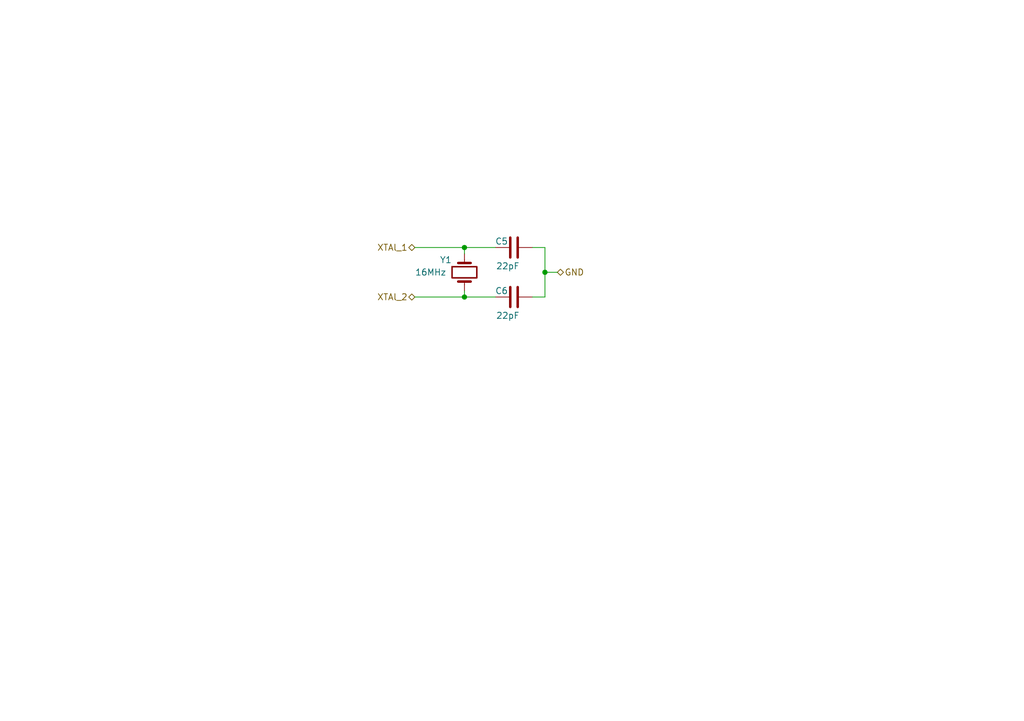
<source format=kicad_sch>
(kicad_sch (version 20231120) (generator "eeschema") (generator_version "8.0")
  (paper "A5")
  (title_block (title "MCU Crystal oscillator") (date "2024-04-17") (rev "1.0"))
  (lib_symbols
    (symbol "Device:C" (pin_numbers hide) (pin_names (offset 0.254))
      (property "Reference" "C" (at 0.635 2.54 0))
      (property "Value" "C" (at 0.635 -2.54 0))
      (symbol "C_0_1"
        (polyline (pts (xy -2.032 -0.762) (xy 2.032 -0.762)) (stroke (width 0.508)))
        (polyline (pts (xy -2.032 0.762) (xy 2.032 0.762)) (stroke (width 0.508)))
      )
      (symbol "C_1_1"
        (pin passive line (at 0 3.81 270) (length 2.794) (name "~") (number "1"))
        (pin passive line (at 0 -3.81 90) (length 2.794) (name "~") (number "2"))
      )
    )
    (symbol "Device:Crystal" (pin_numbers hide) (pin_names (offset 1.016) hide)
      (property "Reference" "Y" (at 0 3.81 0))
      (property "Value" "Crystal" (at 0 -3.81 0))
      (symbol "Crystal_0_1"
        (rectangle (start -1.143 2.54) (end 1.143 -2.54) (stroke (width 0.3048)))
        (polyline (pts (xy -2.54 0) (xy -1.905 0)))
        (polyline (pts (xy -1.905 -1.27) (xy -1.905 1.27)) (stroke (width 0.508)))
        (polyline (pts (xy 1.905 -1.27) (xy 1.905 1.27)) (stroke (width 0.508)))
        (polyline (pts (xy 2.54 0) (xy 1.905 0)))
      )
      (symbol "Crystal_1_1"
        (pin passive line (at -3.81 0 0) (length 1.27) (name "1") (number "1"))
        (pin passive line (at 3.81 0 180) (length 1.27) (name "2") (number "2"))
      )
    )
  )
  (junction (at 95.25 50.8))
  (junction (at 111.76 55.88))
  (junction (at 95.25 60.96))
  (wire (pts (xy 109.22 60.96) (xy 111.76 60.96)))
  (wire (pts (xy 111.76 55.88) (xy 114.3 55.88)))
  (wire (pts (xy 95.25 50.8) (xy 95.25 52.07)))
  (wire (pts (xy 85.09 60.96) (xy 95.25 60.96)))
  (wire (pts (xy 111.76 50.8) (xy 111.76 55.88)))
  (wire (pts (xy 95.25 60.96) (xy 101.6 60.96)))
  (wire (pts (xy 95.25 59.69) (xy 95.25 60.96)))
  (wire (pts (xy 109.22 50.8) (xy 111.76 50.8)))
  (wire (pts (xy 85.09 50.8) (xy 95.25 50.8)))
  (wire (pts (xy 111.76 55.88) (xy 111.76 60.96)))
  (wire (pts (xy 101.6 50.8) (xy 95.25 50.8)))
  (hierarchical_label "XTAl_1" (shape bidirectional) (at 85.09 50.8 180))
  (hierarchical_label "GND" (shape bidirectional) (at 114.3 55.88 0))
  (hierarchical_label "XTAl_2" (shape bidirectional) (at 85.09 60.96 180))
  (symbol (lib_id "Device:C") (at 105.41 50.8 270) (unit 1)
    (property "Reference" "C5" (at 102.87 49.53 90))
    (property "Value" "22pF" (at 104.14 54.61 90))
    (property "Footprint" "Capacitor_SMD:C_0603_1608Metric" (effects (hide yes)))
  )
  (symbol (lib_id "Device:C") (at 105.41 60.96 270) (unit 1)
    (property "Reference" "C6" (at 102.87 59.69 90))
    (property "Value" "22pF" (at 104.14 64.77 90))
    (property "Footprint" "Capacitor_SMD:C_0603_1608Metric" (effects (hide yes)))
  )
  (symbol (lib_id "Device:Crystal") (at 95.25 55.88 90) (unit 1) (exclude_from_sim yes)
    (property "Reference" "Y1" (at 90.17 53.34 90) (effects (justify right)))
    (property "Value" "16MHz" (at 85.09 55.88 90) (effects (justify right)))
    (property "Footprint" "Crystal:Crystal_SMD_HC49-SD" (effects (hide yes)))
  )
)
</source>
